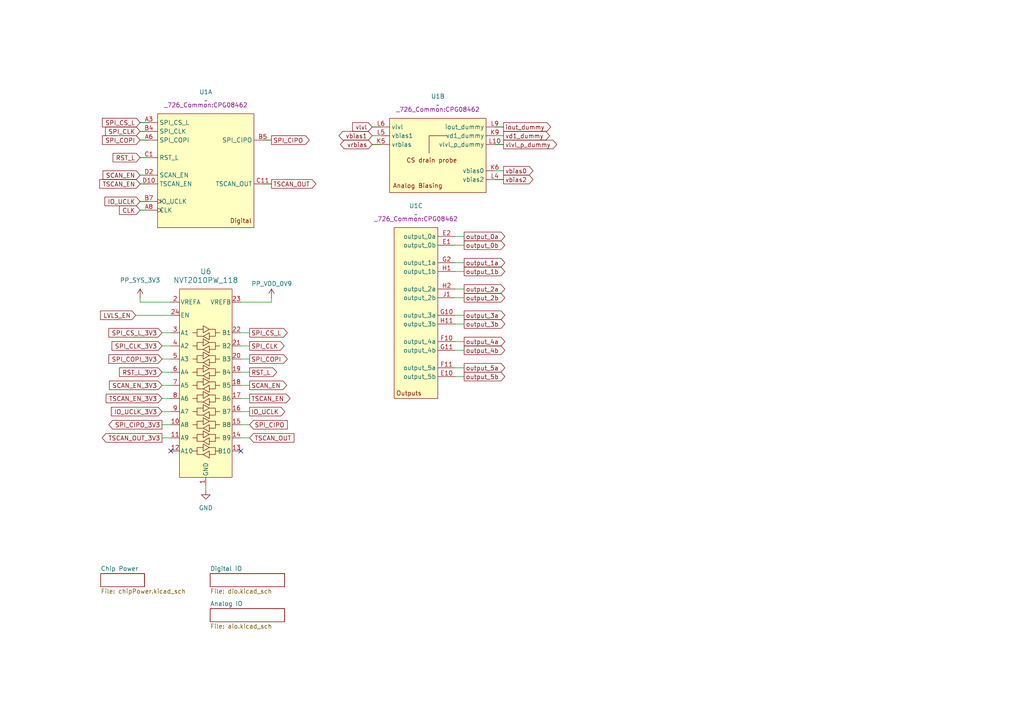
<source format=kicad_sch>
(kicad_sch (version 20231120) (generator "eeschema") (generator_version "8.0")
  (paper "A4")
  (lib_symbols
    (symbol "_PHASE:NVT2010PW_118" (pin_names (offset 0.254))
      (property "Reference" "U" (at 0 33.02 0))
      (property "Value" "NVT2010PW_118" (at 0 30.48 0))
      (symbol "NVT2010PW_118_1_1"
        (rectangle (start -7.62 27.94) (end 7.62 -26.67) (fill (type background)))
        (polyline (pts (xy -2.54 -19.05) (xy -2.54 -18.034) (xy -0.762 -18.034)))
        (polyline (pts (xy -2.54 -15.24) (xy -2.54 -14.224) (xy -0.762 -14.224)))
        (polyline (pts (xy -2.54 -11.43) (xy -2.54 -10.414) (xy -0.762 -10.414)))
        (polyline (pts (xy -2.54 -7.62) (xy -2.54 -6.604) (xy -0.762 -6.604)))
        (polyline (pts (xy -2.54 -3.81) (xy -2.54 -2.794) (xy -0.762 -2.794)))
        (polyline (pts (xy -2.54 0) (xy -2.54 1.016) (xy -0.762 1.016)))
        (polyline (pts (xy -2.54 3.81) (xy -2.54 4.826) (xy -0.762 4.826)))
        (polyline (pts (xy -2.54 7.62) (xy -2.54 8.636) (xy -0.762 8.636)))
        (polyline (pts (xy -2.54 11.43) (xy -2.54 12.446) (xy -0.762 12.446)))
        (polyline (pts (xy -2.54 15.24) (xy -2.54 16.256) (xy -0.762 16.256)))
        (polyline (pts (xy 2.794 -19.05) (xy 2.794 -20.066) (xy 1.016 -20.066)))
        (polyline (pts (xy 2.794 -15.24) (xy 2.794 -16.256) (xy 1.016 -16.256)))
        (polyline (pts (xy 2.794 -11.43) (xy 2.794 -12.446) (xy 1.016 -12.446)))
        (polyline (pts (xy 2.794 -7.62) (xy 2.794 -8.636) (xy 1.016 -8.636)))
        (polyline (pts (xy 2.794 -3.81) (xy 2.794 -4.826) (xy 1.016 -4.826)))
        (polyline (pts (xy 2.794 0) (xy 2.794 -1.016) (xy 1.016 -1.016)))
        (polyline (pts (xy 2.794 3.81) (xy 2.794 2.794) (xy 1.016 2.794)))
        (polyline (pts (xy 2.794 7.62) (xy 2.794 6.604) (xy 1.016 6.604)))
        (polyline (pts (xy 2.794 11.43) (xy 2.794 10.414) (xy 1.016 10.414)))
        (polyline (pts (xy 2.794 15.24) (xy 2.794 14.224) (xy 1.016 14.224)))
        (polyline (pts (xy -0.762 -20.066) (xy -2.54 -20.066) (xy -2.54 -19.05) (xy -3.81 -19.05)))
        (polyline (pts (xy -0.762 -19.05) (xy -0.762 -17.018) (xy 1.016 -18.034) (xy -0.762 -19.05)))
        (polyline (pts (xy -0.762 -16.256) (xy -2.54 -16.256) (xy -2.54 -15.24) (xy -3.81 -15.24)))
        (polyline (pts (xy -0.762 -15.24) (xy -0.762 -13.208) (xy 1.016 -14.224) (xy -0.762 -15.24)))
        (polyline (pts (xy -0.762 -12.446) (xy -2.54 -12.446) (xy -2.54 -11.43) (xy -3.81 -11.43)))
        (polyline (pts (xy -0.762 -11.43) (xy -0.762 -9.398) (xy 1.016 -10.414) (xy -0.762 -11.43)))
        (polyline (pts (xy -0.762 -8.636) (xy -2.54 -8.636) (xy -2.54 -7.62) (xy -3.81 -7.62)))
        (polyline (pts (xy -0.762 -7.62) (xy -0.762 -5.588) (xy 1.016 -6.604) (xy -0.762 -7.62)))
        (polyline (pts (xy -0.762 -4.826) (xy -2.54 -4.826) (xy -2.54 -3.81) (xy -3.81 -3.81)))
        (polyline (pts (xy -0.762 -3.81) (xy -0.762 -1.778) (xy 1.016 -2.794) (xy -0.762 -3.81)))
        (polyline (pts (xy -0.762 -1.016) (xy -2.54 -1.016) (xy -2.54 0) (xy -3.81 0)))
        (polyline (pts (xy -0.762 0) (xy -0.762 2.032) (xy 1.016 1.016) (xy -0.762 0)))
        (polyline (pts (xy -0.762 2.794) (xy -2.54 2.794) (xy -2.54 3.81) (xy -3.81 3.81)))
        (polyline (pts (xy -0.762 3.81) (xy -0.762 5.842) (xy 1.016 4.826) (xy -0.762 3.81)))
        (polyline (pts (xy -0.762 6.604) (xy -2.54 6.604) (xy -2.54 7.62) (xy -3.81 7.62)))
        (polyline (pts (xy -0.762 7.62) (xy -0.762 9.652) (xy 1.016 8.636) (xy -0.762 7.62)))
        (polyline (pts (xy -0.762 10.414) (xy -2.54 10.414) (xy -2.54 11.43) (xy -3.81 11.43)))
        (polyline (pts (xy -0.762 11.43) (xy -0.762 13.462) (xy 1.016 12.446) (xy -0.762 11.43)))
        (polyline (pts (xy -0.762 14.224) (xy -2.54 14.224) (xy -2.54 15.24) (xy -3.81 15.24)))
        (polyline (pts (xy -0.762 15.24) (xy -0.762 17.272) (xy 1.016 16.256) (xy -0.762 15.24)))
        (polyline (pts (xy 1.016 -18.034) (xy 2.794 -18.034) (xy 2.794 -19.05) (xy 4.064 -19.05)))
        (polyline (pts (xy 1.016 -14.224) (xy 2.794 -14.224) (xy 2.794 -15.24) (xy 4.064 -15.24)))
        (polyline (pts (xy 1.016 -10.414) (xy 2.794 -10.414) (xy 2.794 -11.43) (xy 4.064 -11.43)))
        (polyline (pts (xy 1.016 -6.604) (xy 2.794 -6.604) (xy 2.794 -7.62) (xy 4.064 -7.62)))
        (polyline (pts (xy 1.016 -2.794) (xy 2.794 -2.794) (xy 2.794 -3.81) (xy 4.064 -3.81)))
        (polyline (pts (xy 1.016 1.016) (xy 2.794 1.016) (xy 2.794 0) (xy 4.064 0)))
        (polyline (pts (xy 1.016 4.826) (xy 2.794 4.826) (xy 2.794 3.81) (xy 4.064 3.81)))
        (polyline (pts (xy 1.016 8.636) (xy 2.794 8.636) (xy 2.794 7.62) (xy 4.064 7.62)))
        (polyline (pts (xy 1.016 12.446) (xy 2.794 12.446) (xy 2.794 11.43) (xy 4.064 11.43)))
        (polyline (pts (xy 1.016 16.256) (xy 2.794 16.256) (xy 2.794 15.24) (xy 4.064 15.24)))
        (polyline (pts (xy 1.016 -19.05) (xy 1.016 -20.828) (xy 1.016 -21.082) (xy -0.762 -20.066) (xy 1.016 -19.05)))
        (polyline (pts (xy 1.016 -15.24) (xy 1.016 -17.018) (xy 1.016 -17.272) (xy -0.762 -16.256) (xy 1.016 -15.24)))
        (polyline (pts (xy 1.016 -11.43) (xy 1.016 -13.208) (xy 1.016 -13.462) (xy -0.762 -12.446) (xy 1.016 -11.43)))
        (polyline (pts (xy 1.016 -7.62) (xy 1.016 -9.398) (xy 1.016 -9.652) (xy -0.762 -8.636) (xy 1.016 -7.62)))
        (polyline (pts (xy 1.016 -3.81) (xy 1.016 -5.588) (xy 1.016 -5.842) (xy -0.762 -4.826) (xy 1.016 -3.81)))
        (polyline (pts (xy 1.016 0) (xy 1.016 -1.778) (xy 1.016 -2.032) (xy -0.762 -1.016) (xy 1.016 0)))
        (polyline (pts (xy 1.016 3.81) (xy 1.016 2.032) (xy 1.016 1.778) (xy -0.762 2.794) (xy 1.016 3.81)))
        (polyline (pts (xy 1.016 7.62) (xy 1.016 5.842) (xy 1.016 5.588) (xy -0.762 6.604) (xy 1.016 7.62)))
        (polyline (pts (xy 1.016 11.43) (xy 1.016 9.652) (xy 1.016 9.398) (xy -0.762 10.414) (xy 1.016 11.43)))
        (polyline (pts (xy 1.016 15.24) (xy 1.016 13.462) (xy 1.016 13.208) (xy -0.762 14.224) (xy 1.016 15.24)))
        (pin bidirectional line (at 0 -29.21 90) (length 2.54) (name "GND") (number "1"))
        (pin bidirectional line (at -10.16 -11.43 0) (length 2.54) (name "A8") (number "10"))
        (pin bidirectional line (at -10.16 -15.24 0) (length 2.54) (name "A9") (number "11"))
        (pin bidirectional line (at -10.16 -19.05 0) (length 2.54) (name "A10") (number "12"))
        (pin bidirectional line (at 10.16 -19.05 180) (length 2.54) (name "B10") (number "13"))
        (pin bidirectional line (at 10.16 -15.24 180) (length 2.54) (name "B9") (number "14"))
        (pin bidirectional line (at 10.16 -11.43 180) (length 2.54) (name "B8") (number "15"))
        (pin bidirectional line (at 10.16 -7.62 180) (length 2.54) (name "B7") (number "16"))
        (pin bidirectional line (at 10.16 -3.81 180) (length 2.54) (name "B6") (number "17"))
        (pin bidirectional line (at 10.16 0 180) (length 2.54) (name "B5") (number "18"))
        (pin bidirectional line (at 10.16 3.81 180) (length 2.54) (name "B4") (number "19"))
        (pin power_in line (at -10.16 24.13 0) (length 2.54) (name "VREFA") (number "2"))
        (pin bidirectional line (at 10.16 7.62 180) (length 2.54) (name "B3") (number "20"))
        (pin bidirectional line (at 10.16 11.43 180) (length 2.54) (name "B2") (number "21"))
        (pin bidirectional line (at 10.16 15.24 180) (length 2.54) (name "B1") (number "22"))
        (pin power_in line (at 10.16 24.13 180) (length 2.54) (name "VREFB") (number "23"))
        (pin input line (at -10.16 20.32 0) (length 2.54) (name "EN") (number "24"))
        (pin bidirectional line (at -10.16 15.24 0) (length 2.54) (name "A1") (number "3"))
        (pin bidirectional line (at -10.16 11.43 0) (length 2.54) (name "A2") (number "4"))
        (pin bidirectional line (at -10.16 7.62 0) (length 2.54) (name "A3") (number "5"))
        (pin bidirectional line (at -10.16 3.81 0) (length 2.54) (name "A4") (number "6"))
        (pin bidirectional line (at -10.16 0 0) (length 2.54) (name "A5") (number "7"))
        (pin bidirectional line (at -10.16 -3.81 0) (length 2.54) (name "A6") (number "8"))
        (pin bidirectional line (at -10.16 -7.62 0) (length 2.54) (name "A7") (number "9"))
      )
    )
    (symbol "_PHASE:PHASEIC_SOCKET"
      (property "Reference" "U" (at 0 9.906 0))
      (property "Footprint" "_726_Common:CPG08462" (at 0 8.382 0))
      (symbol "PHASEIC_SOCKET_1_1"
        (rectangle (start -13.97 6.35) (end 13.97 -26.67) (fill (type background)))
        (text "Digital" (at 10.16 -24.638 0) (effects (font (size 1.27 1.27))))
        (pin input line (at -19.05 3.81 0) (length 5.08) (name "SPI_CS_L") (number "A3"))
        (pin input line (at -19.05 -1.27 0) (length 5.08) (name "SPI_COPI") (number "A6"))
        (pin input clock (at -19.05 -21.59 0) (length 5.08) (name "CLK") (number "A8"))
        (pin input line (at -19.05 1.27 0) (length 5.08) (name "SPI_CLK") (number "B4"))
        (pin output line (at 19.05 -1.27 180) (length 5.08) (name "SPI_CIPO") (number "B5"))
        (pin input clock (at -19.05 -19.05 0) (length 5.08) (name "IO_UCLK") (number "B7"))
        (pin input line (at -19.05 -6.35 0) (length 5.08) (name "RST_L") (number "C1"))
        (pin output line (at 19.05 -13.97 180) (length 5.08) (name "TSCAN_OUT") (number "C11"))
        (pin input line (at -19.05 -13.97 0) (length 5.08) (name "TSCAN_EN") (number "D10"))
        (pin input line (at -19.05 -11.43 0) (length 5.08) (name "SCAN_EN") (number "D2"))
      )
      (symbol "PHASEIC_SOCKET_2_1"
        (rectangle (start -13.97 6.35) (end 13.97 -15.24) (fill (type background)))
        (polyline (pts (xy -2.54 -3.81) (xy -2.54 1.27) (xy 2.54 1.27)))
        (text "Analog Biasing" (at -5.842 -13.208 0) (effects (font (size 1.27 1.27))))
        (text "CS drain probe" (at -1.778 -5.842 0) (effects (font (size 1.27 1.27))))
        (pin bidirectional line (at -19.05 -1.27 0) (length 5.08) (name "vrbias") (number "K5"))
        (pin output line (at 19.05 -8.89 180) (length 5.08) (name "vbias0") (number "K6"))
        (pin output line (at 19.05 1.27 180) (length 5.08) (name "vd1_dummy") (number "K9"))
        (pin output line (at 19.05 -1.27 180) (length 5.08) (name "vlvl_p_dummy") (number "L10"))
        (pin output line (at 19.05 -11.43 180) (length 5.08) (name "vbias2") (number "L4"))
        (pin bidirectional line (at -19.05 1.27 0) (length 5.08) (name "vbias1") (number "L5"))
        (pin input line (at -19.05 3.81 0) (length 5.08) (name "vlvl") (number "L6"))
        (pin output line (at 19.05 3.81 180) (length 5.08) (name "iout_dummy") (number "L9"))
      )
      (symbol "PHASEIC_SOCKET_3_1"
        (rectangle (start -6.35 6.35) (end 6.35 -43.18) (fill (type background)))
        (text "Outputs" (at -2.032 -41.656 0) (effects (font (size 1.27 1.27))))
        (pin output line (at 11.43 1.27 180) (length 5.08) (name "output_0b") (number "E1"))
        (pin output line (at 11.43 -36.83 180) (length 5.08) (name "output_5b") (number "E10"))
        (pin output line (at 11.43 3.81 180) (length 5.08) (name "output_0a") (number "E2"))
        (pin output line (at 11.43 -26.67 180) (length 5.08) (name "output_4a") (number "F10"))
        (pin output line (at 11.43 -34.29 180) (length 5.08) (name "output_5a") (number "F11"))
        (pin output line (at 11.43 -19.05 180) (length 5.08) (name "output_3a") (number "G10"))
        (pin output line (at 11.43 -29.21 180) (length 5.08) (name "output_4b") (number "G11"))
        (pin output line (at 11.43 -3.81 180) (length 5.08) (name "output_1a") (number "G2"))
        (pin output line (at 11.43 -6.35 180) (length 5.08) (name "output_1b") (number "H1"))
        (pin output line (at 11.43 -21.59 180) (length 5.08) (name "output_3b") (number "H11"))
        (pin output line (at 11.43 -11.43 180) (length 5.08) (name "output_2a") (number "H2"))
        (pin output line (at 11.43 -13.97 180) (length 5.08) (name "output_2b") (number "J1"))
      )
      (symbol "PHASEIC_SOCKET_4_1"
        (rectangle (start -13.97 6.35) (end 13.97 -13.97) (fill (type background)))
        (polyline (pts (xy -7.62 1.27) (xy 5.08 1.27)))
        (polyline (pts (xy 0 -7.62) (xy 5.08 -7.62)))
        (polyline (pts (xy -8.89 5.08) (xy -7.62 5.08) (xy -7.62 -2.54) (xy -8.89 -2.54)))
        (polyline (pts (xy -1.27 -5.08) (xy 0 -5.08) (xy 0 -10.16) (xy -1.27 -10.16)))
        (text "0.9V" (at 7.874 1.27 0) (effects (font (size 1.27 1.27))))
        (text "1.8V" (at 8.128 -7.366 0) (effects (font (size 1.27 1.27))))
        (text "CORE" (at -1.27 2.794 0) (effects (font (size 1.27 1.27))))
        (text "Digital Power" (at 6.604 -11.938 0) (effects (font (size 1.27 1.27))))
        (text "I/O" (at 3.048 -6.096 0) (effects (font (size 1.27 1.27))))
        (pin power_in line (at -19.05 -6.35 0) (length 5.08) (name "VDDPST") (number "A1"))
        (pin power_in line (at -19.05 3.81 0) (length 5.08) (name "VDD") (number "A5"))
        (pin power_in line (at -19.05 -8.89 0) (length 5.08) (name "VDDPST_POC") (number "A7"))
        (pin power_in line (at -19.05 1.27 0) (length 5.08) (name "VDD") (number "D1"))
        (pin power_in line (at -19.05 -1.27 0) (length 5.08) (name "VDD") (number "D11"))
      )
      (symbol "PHASEIC_SOCKET_5_1"
        (rectangle (start -13.97 6.35) (end 13.97 -6.35) (fill (type background)))
        (polyline (pts (xy -6.35 1.27) (xy -2.54 1.27)))
        (polyline (pts (xy -7.62 5.08) (xy -6.35 5.08) (xy -6.35 -2.54) (xy -7.62 -2.54)))
        (text "1.8V" (at 0.508 1.27 0) (effects (font (size 1.27 1.27))))
        (text "Analog Power" (at 6.096 -3.81 0) (effects (font (size 1.27 1.27))))
        (pin power_in line (at -19.05 -1.27 0) (length 5.08) (name "TAVDD") (number "E11"))
        (pin power_in line (at -19.05 3.81 0) (length 5.08) (name "TAVDD") (number "G1"))
        (pin power_in line (at -19.05 1.27 0) (length 5.08) (name "TAVDD") (number "L8"))
      )
      (symbol "PHASEIC_SOCKET_6_1"
        (rectangle (start -13.97 6.35) (end 13.97 -16.51) (fill (type background)))
        (polyline (pts (xy -7.62 -7.62) (xy -3.81 -7.62)))
        (polyline (pts (xy -7.62 2.54) (xy -3.81 2.54)))
        (polyline (pts (xy -8.89 -2.54) (xy -7.62 -2.54) (xy -7.62 -12.7) (xy -8.89 -12.7)))
        (polyline (pts (xy -8.89 5.08) (xy -7.62 5.08) (xy -7.62 0) (xy -8.89 0)))
        (text "Analog side" (at 2.286 -7.874 0) (effects (font (size 1.27 1.27))))
        (text "Digital side" (at 2.032 2.794 0) (effects (font (size 1.27 1.27))))
        (text "GND\n\n" (at 10.668 -15.748 0) (effects (font (size 1.27 1.27))))
        (pin bidirectional line (at -19.05 1.27 0) (length 5.08) (name "VSS") (number "A11"))
        (pin bidirectional line (at -19.05 3.81 0) (length 5.08) (name "VSS") (number "A4"))
        (pin bidirectional line (at -19.05 -3.81 0) (length 5.08) (name "VSS") (number "K1"))
        (pin bidirectional line (at -19.05 -6.35 0) (length 5.08) (name "VSS") (number "L1"))
        (pin bidirectional line (at -19.05 -11.43 0) (length 5.08) (name "VSS") (number "L11"))
        (pin bidirectional line (at -19.05 -8.89 0) (length 5.08) (name "VSS") (number "L7"))
      )
    )
    (symbol "power:+1V2" (power) (pin_numbers hide) (pin_names (offset 0) hide)
      (property "Value" "+1V2" (at 0 3.556 0))
      (symbol "+1V2_0_1"
        (polyline (pts (xy -0.762 1.27) (xy 0 2.54)))
        (polyline (pts (xy 0 0) (xy 0 2.54)))
        (polyline (pts (xy 0 2.54) (xy 0.762 1.27)))
      )
      (symbol "+1V2_1_1"
        (pin power_in line (at 0 0 90) (length 0) (name "~") (number "1"))
      )
    )
    (symbol "power:+1V8" (power) (pin_numbers hide) (pin_names (offset 0) hide)
      (property "Value" "+1V8" (at 0 3.556 0))
      (symbol "+1V8_0_1"
        (polyline (pts (xy -0.762 1.27) (xy 0 2.54)))
        (polyline (pts (xy 0 0) (xy 0 2.54)))
        (polyline (pts (xy 0 2.54) (xy 0.762 1.27)))
      )
      (symbol "+1V8_1_1"
        (pin power_in line (at 0 0 90) (length 0) (name "~") (number "1"))
      )
    )
    (symbol "power:GND" (power) (pin_numbers hide) (pin_names (offset 0) hide)
      (property "Value" "GND" (at 0 -3.81 0))
      (symbol "GND_0_1"
        (polyline (pts (xy 0 0) (xy 0 -1.27) (xy 1.27 -1.27) (xy 0 -2.54) (xy -1.27 -1.27) (xy 0 -1.27)))
      )
      (symbol "GND_1_1"
        (pin power_in line (at 0 0 270) (length 0) (name "~") (number "1"))
      )
    )
  )
  (no_connect (at 69.85 130.81))
  (no_connect (at 49.53 130.81))
  (wire (pts (xy 134.62 91.44) (xy 132.08 91.44)))
  (wire (pts (xy 72.39 123.19) (xy 69.85 123.19)))
  (wire (pts (xy 49.53 107.95) (xy 46.99 107.95)))
  (wire (pts (xy 107.95 39.37) (xy 110.49 39.37)))
  (wire (pts (xy 107.95 41.91) (xy 110.49 41.91)))
  (wire (pts (xy 43.18 45.72) (xy 40.64 45.72)))
  (wire (pts (xy 49.53 115.57) (xy 46.99 115.57)))
  (wire (pts (xy 46.99 123.19) (xy 49.53 123.19)))
  (wire (pts (xy 78.74 87.63) (xy 78.74 86.36)))
  (wire (pts (xy 107.95 36.83) (xy 110.49 36.83)))
  (wire (pts (xy 134.62 76.2) (xy 132.08 76.2)))
  (wire (pts (xy 43.18 60.96) (xy 40.64 60.96)))
  (wire (pts (xy 43.18 58.42) (xy 40.64 58.42)))
  (wire (pts (xy 43.18 40.64) (xy 40.64 40.64)))
  (wire (pts (xy 49.53 100.33) (xy 46.99 100.33)))
  (wire (pts (xy 49.53 104.14) (xy 46.99 104.14)))
  (wire (pts (xy 134.62 68.58) (xy 132.08 68.58)))
  (wire (pts (xy 134.62 99.06) (xy 132.08 99.06)))
  (wire (pts (xy 78.74 40.64) (xy 76.2 40.64)))
  (wire (pts (xy 49.53 119.38) (xy 46.99 119.38)))
  (wire (pts (xy 146.05 41.91) (xy 143.51 41.91)))
  (wire (pts (xy 69.85 87.63) (xy 78.74 87.63)))
  (wire (pts (xy 72.39 111.76) (xy 69.85 111.76)))
  (wire (pts (xy 72.39 115.57) (xy 69.85 115.57)))
  (wire (pts (xy 39.37 91.44) (xy 49.53 91.44)))
  (wire (pts (xy 134.62 109.22) (xy 132.08 109.22)))
  (wire (pts (xy 72.39 127) (xy 69.85 127)))
  (wire (pts (xy 43.18 38.1) (xy 40.64 38.1)))
  (wire (pts (xy 146.05 49.53) (xy 143.51 49.53)))
  (wire (pts (xy 72.39 104.14) (xy 69.85 104.14)))
  (wire (pts (xy 134.62 71.12) (xy 132.08 71.12)))
  (wire (pts (xy 134.62 93.98) (xy 132.08 93.98)))
  (wire (pts (xy 72.39 100.33) (xy 69.85 100.33)))
  (wire (pts (xy 49.53 96.52) (xy 46.99 96.52)))
  (wire (pts (xy 78.74 53.34) (xy 76.2 53.34)))
  (wire (pts (xy 72.39 107.95) (xy 69.85 107.95)))
  (wire (pts (xy 72.39 119.38) (xy 69.85 119.38)))
  (wire (pts (xy 43.18 35.56) (xy 40.64 35.56)))
  (wire (pts (xy 59.69 142.24) (xy 59.69 140.97)))
  (wire (pts (xy 134.62 86.36) (xy 132.08 86.36)))
  (wire (pts (xy 46.99 127) (xy 49.53 127)))
  (wire (pts (xy 134.62 106.68) (xy 132.08 106.68)))
  (wire (pts (xy 134.62 101.6) (xy 132.08 101.6)))
  (wire (pts (xy 43.18 50.8) (xy 40.64 50.8)))
  (wire (pts (xy 40.64 87.63) (xy 49.53 87.63)))
  (wire (pts (xy 134.62 78.74) (xy 132.08 78.74)))
  (wire (pts (xy 146.05 52.07) (xy 143.51 52.07)))
  (wire (pts (xy 146.05 36.83) (xy 143.51 36.83)))
  (wire (pts (xy 72.39 96.52) (xy 69.85 96.52)))
  (wire (pts (xy 134.62 83.82) (xy 132.08 83.82)))
  (wire (pts (xy 40.64 87.63) (xy 40.64 86.36)))
  (wire (pts (xy 49.53 111.76) (xy 46.99 111.76)))
  (wire (pts (xy 43.18 53.34) (xy 40.64 53.34)))
  (wire (pts (xy 146.05 39.37) (xy 143.51 39.37)))
  (global_label "vbias1" (shape bidirectional) (at 107.95 39.37 180) (property "Intersheetrefs" "${INTERSHEET_REFS}" (effects (hide yes))))
  (global_label "SPI_COPI" (shape input) (at 40.64 40.64 180) (property "Intersheetrefs" "${INTERSHEET_REFS}" (effects (hide yes))))
  (global_label "SCAN_EN_3V3" (shape input) (at 46.99 111.76 180) (property "Intersheetrefs" "${INTERSHEET_REFS}" (effects (hide yes))))
  (global_label "SPI_CLK_3V3" (shape input) (at 46.99 100.33 180) (property "Intersheetrefs" "${INTERSHEET_REFS}" (effects (hide yes))))
  (global_label "output_2b" (shape output) (at 134.62 86.36 0) (property "Intersheetrefs" "${INTERSHEET_REFS}" (effects (hide yes))))
  (global_label "output_0b" (shape output) (at 134.62 71.12 0) (property "Intersheetrefs" "${INTERSHEET_REFS}" (effects (hide yes))))
  (global_label "SPI_CIPO" (shape output) (at 78.74 40.64 0) (property "Intersheetrefs" "${INTERSHEET_REFS}" (effects (hide yes))))
  (global_label "SPI_COPI_3V3" (shape input) (at 46.99 104.14 180) (property "Intersheetrefs" "${INTERSHEET_REFS}" (effects (hide yes))))
  (global_label "TSCAN_EN" (shape output) (at 72.39 115.57 0) (property "Intersheetrefs" "${INTERSHEET_REFS}" (effects (hide yes))))
  (global_label "SPI_CS_L" (shape input) (at 40.64 35.56 180) (property "Intersheetrefs" "${INTERSHEET_REFS}" (effects (hide yes))))
  (global_label "SPI_CLK" (shape output) (at 72.39 100.33 0) (property "Intersheetrefs" "${INTERSHEET_REFS}" (effects (hide yes))))
  (global_label "output_5a" (shape output) (at 134.62 106.68 0) (property "Intersheetrefs" "${INTERSHEET_REFS}" (effects (hide yes))))
  (global_label "LVLS_EN" (shape input) (at 39.37 91.44 180) (property "Intersheetrefs" "${INTERSHEET_REFS}" (effects (hide yes))))
  (global_label "output_2a" (shape output) (at 134.62 83.82 0) (property "Intersheetrefs" "${INTERSHEET_REFS}" (effects (hide yes))))
  (global_label "vlvl_p_dummy" (shape output) (at 146.05 41.91 0) (property "Intersheetrefs" "${INTERSHEET_REFS}" (effects (hide yes))))
  (global_label "output_0a" (shape output) (at 134.62 68.58 0) (property "Intersheetrefs" "${INTERSHEET_REFS}" (effects (hide yes))))
  (global_label "output_4a" (shape output) (at 134.62 99.06 0) (property "Intersheetrefs" "${INTERSHEET_REFS}" (effects (hide yes))))
  (global_label "TSCAN_OUT_3V3" (shape output) (at 46.99 127 180) (property "Intersheetrefs" "${INTERSHEET_REFS}" (effects (hide yes))))
  (global_label "TSCAN_OUT" (shape output) (at 78.74 53.34 0) (property "Intersheetrefs" "${INTERSHEET_REFS}" (effects (hide yes))))
  (global_label "SPI_CIPO" (shape input) (at 72.39 123.19 0) (property "Intersheetrefs" "${INTERSHEET_REFS}" (effects (hide yes))))
  (global_label "SPI_CS_L" (shape output) (at 72.39 96.52 0) (property "Intersheetrefs" "${INTERSHEET_REFS}" (effects (hide yes))))
  (global_label "IO_UCLK_3V3" (shape input) (at 46.99 119.38 180) (property "Intersheetrefs" "${INTERSHEET_REFS}" (effects (hide yes))))
  (global_label "SPI_COPI" (shape output) (at 72.39 104.14 0) (property "Intersheetrefs" "${INTERSHEET_REFS}" (effects (hide yes))))
  (global_label "IO_UCLK" (shape output) (at 72.39 119.38 0) (property "Intersheetrefs" "${INTERSHEET_REFS}" (effects (hide yes))))
  (global_label "RST_L_3V3" (shape input) (at 46.99 107.95 180) (property "Intersheetrefs" "${INTERSHEET_REFS}" (effects (hide yes))))
  (global_label "TSCAN_EN" (shape input) (at 40.64 53.34 180) (property "Intersheetrefs" "${INTERSHEET_REFS}" (effects (hide yes))))
  (global_label "CLK" (shape input) (at 40.64 60.96 180) (property "Intersheetrefs" "${INTERSHEET_REFS}" (effects (hide yes))))
  (global_label "iout_dummy" (shape output) (at 146.05 36.83 0) (property "Intersheetrefs" "${INTERSHEET_REFS}" (effects (hide yes))))
  (global_label "output_1a" (shape output) (at 134.62 76.2 0) (property "Intersheetrefs" "${INTERSHEET_REFS}" (effects (hide yes))))
  (global_label "SPI_CLK" (shape input) (at 40.64 38.1 180) (property "Intersheetrefs" "${INTERSHEET_REFS}" (effects (hide yes))))
  (global_label "TSCAN_EN_3V3" (shape input) (at 46.99 115.57 180) (property "Intersheetrefs" "${INTERSHEET_REFS}" (effects (hide yes))))
  (global_label "output_4b" (shape output) (at 134.62 101.6 0) (property "Intersheetrefs" "${INTERSHEET_REFS}" (effects (hide yes))))
  (global_label "TSCAN_OUT" (shape input) (at 72.39 127 0) (property "Intersheetrefs" "${INTERSHEET_REFS}" (effects (hide yes))))
  (global_label "SPI_CIPO_3V3" (shape output) (at 46.99 123.19 180) (property "Intersheetrefs" "${INTERSHEET_REFS}" (effects (hide yes))))
  (global_label "vbias0" (shape output) (at 146.05 49.53 0) (property "Intersheetrefs" "${INTERSHEET_REFS}" (effects (hide yes))))
  (global_label "SCAN_EN" (shape output) (at 72.39 111.76 0) (property "Intersheetrefs" "${INTERSHEET_REFS}" (effects (hide yes))))
  (global_label "SCAN_EN" (shape input) (at 40.64 50.8 180) (property "Intersheetrefs" "${INTERSHEET_REFS}" (effects (hide yes))))
  (global_label "vrbias" (shape bidirectional) (at 107.95 41.91 180) (property "Intersheetrefs" "${INTERSHEET_REFS}" (effects (hide yes))))
  (global_label "RST_L" (shape input) (at 40.64 45.72 180) (property "Intersheetrefs" "${INTERSHEET_REFS}" (effects (hide yes))))
  (global_label "output_5b" (shape output) (at 134.62 109.22 0) (property "Intersheetrefs" "${INTERSHEET_REFS}" (effects (hide yes))))
  (global_label "SPI_CS_L_3V3" (shape input) (at 46.99 96.52 180) (property "Intersheetrefs" "${INTERSHEET_REFS}" (effects (hide yes))))
  (global_label "output_3a" (shape output) (at 134.62 91.44 0) (property "Intersheetrefs" "${INTERSHEET_REFS}" (effects (hide yes))))
  (global_label "vlvl" (shape input) (at 107.95 36.83 180) (property "Intersheetrefs" "${INTERSHEET_REFS}" (effects (hide yes))))
  (global_label "output_3b" (shape output) (at 134.62 93.98 0) (property "Intersheetrefs" "${INTERSHEET_REFS}" (effects (hide yes))))
  (global_label "vd1_dummy" (shape output) (at 146.05 39.37 0) (property "Intersheetrefs" "${INTERSHEET_REFS}" (effects (hide yes))))
  (global_label "RST_L" (shape output) (at 72.39 107.95 0) (property "Intersheetrefs" "${INTERSHEET_REFS}" (effects (hide yes))))
  (global_label "output_1b" (shape output) (at 134.62 78.74 0) (property "Intersheetrefs" "${INTERSHEET_REFS}" (effects (hide yes))))
  (global_label "IO_UCLK" (shape input) (at 40.64 58.42 180) (property "Intersheetrefs" "${INTERSHEET_REFS}" (effects (hide yes))))
  (global_label "vbias2" (shape output) (at 146.05 52.07 0) (property "Intersheetrefs" "${INTERSHEET_REFS}" (effects (hide yes))))
  (symbol (lib_id "_PHASE:PHASEIC_SOCKET") (at 120.65 72.39 0) (unit 3)
    (property "Reference" "U1" (at 120.65 59.69 0))
    (property "Value" "~" (at 120.65 62.23 0))
    (property "Footprint" "_726_Common:CPG08462" (at 120.65 63.5 0))
  )
  (symbol (lib_id "power:+1V2") (at 40.64 86.36 0) (unit 1)
    (property "Reference" "#PWR025" (effects (hide yes)))
    (property "Value" "PP_SYS_3V3" (at 40.64 81.28 0))
    (property "Description" "Power symbol creates a global label with name \"+1V2\"" (effects (hide yes)))
  )
  (symbol (lib_id "_PHASE:PHASEIC_SOCKET") (at 127 40.64 0) (unit 2)
    (property "Reference" "U1" (at 127 27.94 0))
    (property "Value" "~" (at 127 30.48 0))
    (property "Footprint" "_726_Common:CPG08462" (at 127 31.75 0))
  )
  (symbol (lib_id "_PHASE:PHASEIC_SOCKET") (at 59.69 39.37 0) (unit 1)
    (property "Reference" "U1" (at 59.69 26.67 0))
    (property "Value" "~" (at 59.69 29.21 0))
    (property "Footprint" "_726_Common:CPG08462" (at 59.69 30.48 0))
  )
  (symbol (lib_id "_PHASE:NVT2010PW_118") (at 59.69 111.76 0) (unit 1)
    (property "Reference" "U6" (at 59.69 78.74 0) (effects (font (size 1.524 1.524))))
    (property "Value" "NVT2010PW_118" (at 59.69 81.28 0) (effects (font (size 1.524 1.524))))
    (property "Footprint" "_726_Common:TSSOP24_SOT355-1_NXP" (effects (hide yes)))
    (property "Datasheet" "NVT2010PW_118" (effects (hide yes)))
  )
  (symbol (lib_id "power:+1V8") (at 78.74 86.36 0) (unit 1)
    (property "Reference" "#PWR027" (effects (hide yes)))
    (property "Value" "PP_VDD_0V9" (at 72.898 82.296 0) (effects (justify left)))
    (property "Description" "Power symbol creates a global label with name \"+1V8\"" (effects (hide yes)))
  )
  (symbol (lib_id "power:GND") (at 59.69 142.24 0) (unit 1)
    (property "Reference" "#PWR026" (effects (hide yes)))
    (property "Value" "GND" (at 59.69 147.32 0))
    (property "Description" "Power symbol creates a global label with name \"GND\" , ground" (effects (hide yes)))
  )
  (sheet (at 60.96 176.53) (size 21.59 3.81) (stroke (width 0.1524))
    (property "Sheetname" "Analog IO" (at 60.96 175.8184 0) (effects (justify left bottom)))
    (property "Sheetfile" "aio.kicad_sch" (at 60.96 180.9246 0) (effects (justify left top)))
  )
  (sheet (at 60.96 166.37) (size 21.59 3.81) (stroke (width 0.1524))
    (property "Sheetname" "Digital IO" (at 60.96 165.6584 0) (effects (justify left bottom)))
    (property "Sheetfile" "dio.kicad_sch" (at 60.96 170.7646 0) (effects (justify left top)))
  )
  (sheet (at 29.21 166.37) (size 12.7 3.81) (stroke (width 0.1524))
    (property "Sheetname" "Chip Power" (at 29.21 165.6584 0) (effects (justify left bottom)))
    (property "Sheetfile" "chipPower.kicad_sch" (at 29.21 170.7646 0) (effects (justify left top)))
  )
)
</source>
